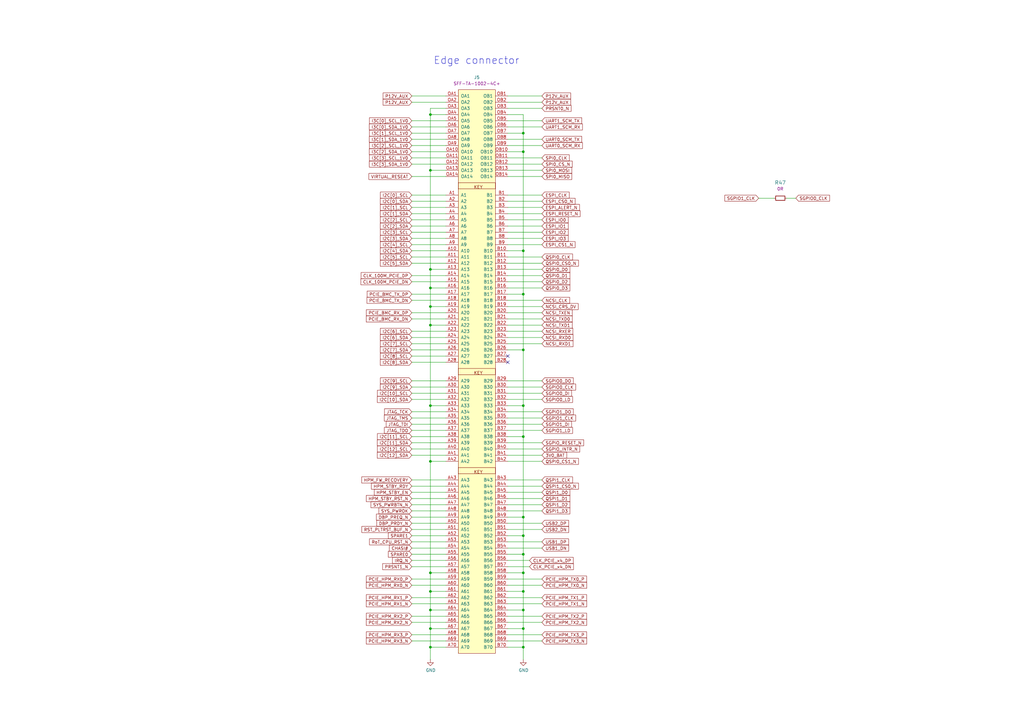
<source format=kicad_sch>
(kicad_sch (version 20230121) (generator eeschema)
  (paper "A3")
  (title_block (title "ECP5 - Datacenter Secure Control Module (DC-SCM)") (date "2024-07-01") (rev "1.2.1"))
  (lib_symbols
    (symbol "antmicroPciConnectors:SFF-TA-1002-4C+" (pin_names (offset 1.016))
      (property "Reference" "J" (at 46.99 0 0))
      (property "MPN" "SFF-TA-1002-4C+" (at 46.99 -10.16 0))
      (symbol "SFF-TA-1002-4C+_0_0"
        (rectangle (start 5.08 2.54) (end 20.32 -228.6) (fill (type background)))
        (text "KEY" (at 11.43 -154.94 0) (effects (font (size 1.27 1.27)) (justify left bottom)))
        (text "KEY" (at 11.43 -114.3 0) (effects (font (size 1.27 1.27)) (justify left bottom)))
        (text "KEY" (at 11.43 -38.1 0) (effects (font (size 1.27 1.27)) (justify left bottom)))
      )
      (symbol "SFF-TA-1002-4C+_1_1"
        (rectangle (start 5.08 -152.4) (end 20.32 -154.94) (fill (type background)))
        (rectangle (start 5.08 -111.76) (end 20.32 -114.3) (fill (type background)))
        (rectangle (start 5.08 -35.56) (end 20.32 -38.1) (fill (type background)))
        (pin passive line (at 0 -40.64 0) (length 5.08) (name "A1") (number "A1"))
        (pin passive line (at 0 -63.5 0) (length 5.08) (name "A10") (number "A10"))
        (pin passive line (at 0 -66.04 0) (length 5.08) (name "A11") (number "A11"))
        (pin passive line (at 0 -68.58 0) (length 5.08) (name "A12") (number "A12"))
        (pin passive line (at 0 -71.12 0) (length 5.08) (name "A13") (number "A13"))
        (pin passive line (at 0 -73.66 0) (length 5.08) (name "A14") (number "A14"))
        (pin passive line (at 0 -76.2 0) (length 5.08) (name "A15") (number "A15"))
        (pin passive line (at 0 -78.74 0) (length 5.08) (name "A16") (number "A16"))
        (pin passive line (at 0 -81.28 0) (length 5.08) (name "A17") (number "A17"))
        (pin passive line (at 0 -83.82 0) (length 5.08) (name "A18") (number "A18"))
        (pin passive line (at 0 -86.36 0) (length 5.08) (name "A19") (number "A19"))
        (pin passive line (at 0 -43.18 0) (length 5.08) (name "A2") (number "A2"))
        (pin passive line (at 0 -88.9 0) (length 5.08) (name "A20") (number "A20"))
        (pin passive line (at 0 -91.44 0) (length 5.08) (name "A21") (number "A21"))
        (pin passive line (at 0 -93.98 0) (length 5.08) (name "A22") (number "A22"))
        (pin passive line (at 0 -96.52 0) (length 5.08) (name "A23") (number "A23"))
        (pin passive line (at 0 -99.06 0) (length 5.08) (name "A24") (number "A24"))
        (pin passive line (at 0 -101.6 0) (length 5.08) (name "A25") (number "A25"))
        (pin passive line (at 0 -104.14 0) (length 5.08) (name "A26") (number "A26"))
        (pin passive line (at 0 -106.68 0) (length 5.08) (name "A27") (number "A27"))
        (pin passive line (at 0 -109.22 0) (length 5.08) (name "A28") (number "A28"))
        (pin passive line (at 0 -116.84 0) (length 5.08) (name "A29") (number "A29"))
        (pin passive line (at 0 -45.72 0) (length 5.08) (name "A3") (number "A3"))
        (pin passive line (at 0 -119.38 0) (length 5.08) (name "A30") (number "A30"))
        (pin passive line (at 0 -121.92 0) (length 5.08) (name "A31") (number "A31"))
        (pin passive line (at 0 -124.46 0) (length 5.08) (name "A32") (number "A32"))
        (pin passive line (at 0 -127 0) (length 5.08) (name "A33") (number "A33"))
        (pin passive line (at 0 -129.54 0) (length 5.08) (name "A34") (number "A34"))
        (pin passive line (at 0 -132.08 0) (length 5.08) (name "A35") (number "A35"))
        (pin passive line (at 0 -134.62 0) (length 5.08) (name "A36") (number "A36"))
        (pin passive line (at 0 -137.16 0) (length 5.08) (name "A37") (number "A37"))
        (pin passive line (at 0 -139.7 0) (length 5.08) (name "A38") (number "A38"))
        (pin passive line (at 0 -142.24 0) (length 5.08) (name "A39") (number "A39"))
        (pin passive line (at 0 -48.26 0) (length 5.08) (name "A4") (number "A4"))
        (pin passive line (at 0 -144.78 0) (length 5.08) (name "A40") (number "A40"))
        (pin passive line (at 0 -147.32 0) (length 5.08) (name "A41") (number "A41"))
        (pin passive line (at 0 -149.86 0) (length 5.08) (name "A42") (number "A42"))
        (pin passive line (at 0 -157.48 0) (length 5.08) (name "A43") (number "A43"))
        (pin passive line (at 0 -160.02 0) (length 5.08) (name "A44") (number "A44"))
        (pin passive line (at 0 -162.56 0) (length 5.08) (name "A45") (number "A45"))
        (pin passive line (at 0 -165.1 0) (length 5.08) (name "A46") (number "A46"))
        (pin passive line (at 0 -167.64 0) (length 5.08) (name "A47") (number "A47"))
        (pin passive line (at 0 -170.18 0) (length 5.08) (name "A48") (number "A48"))
        (pin passive line (at 0 -172.72 0) (length 5.08) (name "A49") (number "A49"))
        (pin passive line (at 0 -50.8 0) (length 5.08) (name "A5") (number "A5"))
        (pin passive line (at 0 -175.26 0) (length 5.08) (name "A50") (number "A50"))
        (pin passive line (at 0 -177.8 0) (length 5.08) (name "A51") (number "A51"))
        (pin passive line (at 0 -180.34 0) (length 5.08) (name "A52") (number "A52"))
        (pin passive line (at 0 -182.88 0) (length 5.08) (name "A53") (number "A53"))
        (pin passive line (at 0 -185.42 0) (length 5.08) (name "A54") (number "A54"))
        (pin passive line (at 0 -187.96 0) (length 5.08) (name "A55") (number "A55"))
        (pin passive line (at 0 -190.5 0) (length 5.08) (name "A56") (number "A56"))
        (pin passive line (at 0 -193.04 0) (length 5.08) (name "A57") (number "A57"))
        (pin passive line (at 0 -195.58 0) (length 5.08) (name "A58") (number "A58"))
        (pin passive line (at 0 -198.12 0) (length 5.08) (name "A59") (number "A59"))
        (pin passive line (at 0 -53.34 0) (length 5.08) (name "A6") (number "A6"))
        (pin passive line (at 0 -200.66 0) (length 5.08) (name "A60") (number "A60"))
        (pin passive line (at 0 -203.2 0) (length 5.08) (name "A61") (number "A61"))
        (pin passive line (at 0 -205.74 0) (length 5.08) (name "A62") (number "A62"))
        (pin passive line (at 0 -208.28 0) (length 5.08) (name "A63") (number "A63"))
        (pin passive line (at 0 -210.82 0) (length 5.08) (name "A64") (number "A64"))
        (pin passive line (at 0 -213.36 0) (length 5.08) (name "A65") (number "A65"))
        (pin passive line (at 0 -215.9 0) (length 5.08) (name "A66") (number "A66"))
        (pin passive line (at 0 -218.44 0) (length 5.08) (name "A67") (number "A67"))
        (pin passive line (at 0 -220.98 0) (length 5.08) (name "A68") (number "A68"))
        (pin passive line (at 0 -223.52 0) (length 5.08) (name "A69") (number "A69"))
        (pin passive line (at 0 -55.88 0) (length 5.08) (name "A7") (number "A7"))
        (pin passive line (at 0 -226.06 0) (length 5.08) (name "A70") (number "A70"))
        (pin passive line (at 0 -58.42 0) (length 5.08) (name "A8") (number "A8"))
        (pin passive line (at 0 -60.96 0) (length 5.08) (name "A9") (number "A9"))
        (pin passive line (at 25.4 -40.64 180) (length 5.08) (name "B1") (number "B1"))
        (pin passive line (at 25.4 -63.5 180) (length 5.08) (name "B10") (number "B10"))
        (pin passive line (at 25.4 -66.04 180) (length 5.08) (name "B11") (number "B11"))
        (pin passive line (at 25.4 -68.58 180) (length 5.08) (name "B12") (number "B12"))
        (pin passive line (at 25.4 -71.12 180) (length 5.08) (name "B13") (number "B13"))
        (pin passive line (at 25.4 -73.66 180) (length 5.08) (name "B14") (number "B14"))
        (pin passive line (at 25.4 -76.2 180) (length 5.08) (name "B15") (number "B15"))
        (pin passive line (at 25.4 -78.74 180) (length 5.08) (name "B16") (number "B16"))
        (pin passive line (at 25.4 -81.28 180) (length 5.08) (name "B17") (number "B17"))
        (pin passive line (at 25.4 -83.82 180) (length 5.08) (name "B18") (number "B18"))
        (pin passive line (at 25.4 -86.36 180) (length 5.08) (name "B19") (number "B19"))
        (pin passive line (at 25.4 -43.18 180) (length 5.08) (name "B2") (number "B2"))
        (pin passive line (at 25.4 -88.9 180) (length 5.08) (name "B20") (number "B20"))
        (pin passive line (at 25.4 -91.44 180) (length 5.08) (name "B21") (number "B21"))
        (pin passive line (at 25.4 -93.98 180) (length 5.08) (name "B22") (number "B22"))
        (pin passive line (at 25.4 -96.52 180) (length 5.08) (name "B23") (number "B23"))
        (pin passive line (at 25.4 -99.06 180) (length 5.08) (name "B24") (number "B24"))
        (pin passive line (at 25.4 -101.6 180) (length 5.08) (name "B25") (number "B25"))
        (pin passive line (at 25.4 -104.14 180) (length 5.08) (name "B26") (number "B26"))
        (pin passive line (at 25.4 -106.68 180) (length 5.08) (name "B27") (number "B27"))
        (pin passive line (at 25.4 -109.22 180) (length 5.08) (name "B28") (number "B28"))
        (pin passive line (at 25.4 -116.84 180) (length 5.08) (name "B29") (number "B29"))
        (pin passive line (at 25.4 -45.72 180) (length 5.08) (name "B3") (number "B3"))
        (pin passive line (at 25.4 -119.38 180) (length 5.08) (name "B30") (number "B30"))
        (pin passive line (at 25.4 -121.92 180) (length 5.08) (name "B31") (number "B31"))
        (pin passive line (at 25.4 -124.46 180) (length 5.08) (name "B32") (number "B32"))
        (pin passive line (at 25.4 -127 180) (length 5.08) (name "B33") (number "B33"))
        (pin passive line (at 25.4 -129.54 180) (length 5.08) (name "B34") (number "B34"))
        (pin passive line (at 25.4 -132.08 180) (length 5.08) (name "B35") (number "B35"))
        (pin passive line (at 25.4 -134.62 180) (length 5.08) (name "B36") (number "B36"))
        (pin passive line (at 25.4 -137.16 180) (length 5.08) (name "B37") (number "B37"))
        (pin passive line (at 25.4 -139.7 180) (length 5.08) (name "B38") (number "B38"))
        (pin passive line (at 25.4 -142.24 180) (length 5.08) (name "B39") (number "B39"))
        (pin passive line (at 25.4 -48.26 180) (length 5.08) (name "B4") (number "B4"))
        (pin passive line (at 25.4 -144.78 180) (length 5.08) (name "B40") (number "B40"))
        (pin passive line (at 25.4 -147.32 180) (length 5.08) (name "B41") (number "B41"))
        (pin passive line (at 25.4 -149.86 180) (length 5.08) (name "B42") (number "B42"))
        (pin passive line (at 25.4 -157.48 180) (length 5.08) (name "B43") (number "B43"))
        (pin passive line (at 25.4 -160.02 180) (length 5.08) (name "B44") (number "B44"))
        (pin passive line (at 25.4 -162.56 180) (length 5.08) (name "B45") (number "B45"))
        (pin passive line (at 25.4 -165.1 180) (length 5.08) (name "B46") (number "B46"))
        (pin passive line (at 25.4 -167.64 180) (length 5.08) (name "B47") (number "B47"))
        (pin passive line (at 25.4 -170.18 180) (length 5.08) (name "B48") (number "B48"))
        (pin passive line (at 25.4 -172.72 180) (length 5.08) (name "B49") (number "B49"))
        (pin passive line (at 25.4 -50.8 180) (length 5.08) (name "B5") (number "B5"))
        (pin passive line (at 25.4 -175.26 180) (length 5.08) (name "B50") (number "B50"))
        (pin passive line (at 25.4 -177.8 180) (length 5.08) (name "B51") (number "B51"))
        (pin passive line (at 25.4 -180.34 180) (length 5.08) (name "B52") (number "B52"))
        (pin passive line (at 25.4 -182.88 180) (length 5.08) (name "B53") (number "B53"))
        (pin passive line (at 25.4 -185.42 180) (length 5.08) (name "B54") (number "B54"))
        (pin passive line (at 25.4 -187.96 180) (length 5.08) (name "B55") (number "B55"))
        (pin passive line (at 25.4 -190.5 180) (length 5.08) (name "B56") (number "B56"))
        (pin passive line (at 25.4 -193.04 180) (length 5.08) (name "B57") (number "B57"))
        (pin passive line (at 25.4 -195.58 180) (length 5.08) (name "B58") (number "B58"))
        (pin passive line (at 25.4 -198.12 180) (length 5.08) (name "B59") (number "B59"))
        (pin passive line (at 25.4 -53.34 180) (length 5.08) (name "B6") (number "B6"))
        (pin passive line (at 25.4 -200.66 180) (length 5.08) (name "B60") (number "B60"))
        (pin passive line (at 25.4 -203.2 180) (length 5.08) (name "B61") (number "B61"))
        (pin passive line (at 25.4 -205.74 180) (length 5.08) (name "B62") (number "B62"))
        (pin passive line (at 25.4 -208.28 180) (length 5.08) (name "B63") (number "B63"))
        (pin passive line (at 25.4 -210.82 180) (length 5.08) (name "B64") (number "B64"))
        (pin passive line (at 25.4 -213.36 180) (length 5.08) (name "B65") (number "B65"))
        (pin passive line (at 25.4 -215.9 180) (length 5.08) (name "B66") (number "B66"))
        (pin passive line (at 25.4 -218.44 180) (length 5.08) (name "B67") (number "B67"))
        (pin passive line (at 25.4 -220.98 180) (length 5.08) (name "B68") (number "B68"))
        (pin passive line (at 25.4 -223.52 180) (length 5.08) (name "B69") (number "B69"))
        (pin passive line (at 25.4 -55.88 180) (length 5.08) (name "B7") (number "B7"))
        (pin passive line (at 25.4 -226.06 180) (length 5.08) (name "B70") (number "B70"))
        (pin passive line (at 25.4 -58.42 180) (length 5.08) (name "B8") (number "B8"))
        (pin passive line (at 25.4 -60.96 180) (length 5.08) (name "B9") (number "B9"))
        (pin passive line (at 0 0 0) (length 5.08) (name "OA1") (number "OA1"))
        (pin passive line (at 0 -22.86 0) (length 5.08) (name "OA10") (number "OA10"))
        (pin passive line (at 0 -25.4 0) (length 5.08) (name "OA11") (number "OA11"))
        (pin passive line (at 0 -27.94 0) (length 5.08) (name "OA12") (number "OA12"))
        (pin passive line (at 0 -30.48 0) (length 5.08) (name "OA13") (number "OA13"))
        (pin passive line (at 0 -33.02 0) (length 5.08) (name "OA14") (number "OA14"))
        (pin passive line (at 0 -2.54 0) (length 5.08) (name "OA2") (number "OA2"))
        (pin passive line (at 0 -5.08 0) (length 5.08) (name "OA3") (number "OA3"))
        (pin passive line (at 0 -7.62 0) (length 5.08) (name "OA4") (number "OA4"))
        (pin passive line (at 0 -10.16 0) (length 5.08) (name "OA5") (number "OA5"))
        (pin passive line (at 0 -12.7 0) (length 5.08) (name "OA6") (number "OA6"))
        (pin passive line (at 0 -15.24 0) (length 5.08) (name "OA7") (number "OA7"))
        (pin passive line (at 0 -17.78 0) (length 5.08) (name "OA8") (number "OA8"))
        (pin passive line (at 0 -20.32 0) (length 5.08) (name "OA9") (number "OA9"))
        (pin passive line (at 25.4 0 180) (length 5.08) (name "OB1") (number "OB1"))
        (pin passive line (at 25.4 -22.86 180) (length 5.08) (name "OB10") (number "OB10"))
        (pin passive line (at 25.4 -25.4 180) (length 5.08) (name "OB11") (number "OB11"))
        (pin passive line (at 25.4 -27.94 180) (length 5.08) (name "OB12") (number "OB12"))
        (pin passive line (at 25.4 -30.48 180) (length 5.08) (name "OB13") (number "OB13"))
        (pin passive line (at 25.4 -33.02 180) (length 5.08) (name "OB14") (number "OB14"))
        (pin passive line (at 25.4 -2.54 180) (length 5.08) (name "OB2") (number "OB2"))
        (pin passive line (at 25.4 -5.08 180) (length 5.08) (name "OB3") (number "OB3"))
        (pin passive line (at 25.4 -7.62 180) (length 5.08) (name "OB4") (number "OB4"))
        (pin passive line (at 25.4 -10.16 180) (length 5.08) (name "OB5") (number "OB5"))
        (pin passive line (at 25.4 -12.7 180) (length 5.08) (name "OB6") (number "OB6"))
        (pin passive line (at 25.4 -15.24 180) (length 5.08) (name "OB7") (number "OB7"))
        (pin passive line (at 25.4 -17.78 180) (length 5.08) (name "OB8") (number "OB8"))
        (pin passive line (at 25.4 -20.32 180) (length 5.08) (name "OB9") (number "OB9"))
      )
    )
    (symbol "antmicroResistors0402:R_0R_0402" (pin_numbers hide) (pin_names hide)
      (property "Reference" "R" (at 20.32 -5.08 0))
      (property "Val" "0R" (at 20.32 -7.62 0))
      (symbol "R_0R_0402_0_1"
        (rectangle (start 0.635 0.889) (end 4.445 -0.889) (stroke (width 0.254)))
      )
      (symbol "R_0R_0402_1_1"
        (pin passive line (at 0 0 0) (length 0.635) (name "~") (number "1"))
        (pin passive line (at 5.08 0 180) (length 0.635) (name "~") (number "2"))
      )
    )
    (symbol "antmicropower:GND" (power) (pin_numbers hide) (pin_names hide)
      (property "Value" "GND" (at 8.89 -5.08 0))
      (symbol "GND_1_1"
        (polyline (pts (xy 0 0) (xy 0 -1.27) (xy 1.27 -1.27) (xy 0 -2.54) (xy -1.27 -1.27) (xy 0 -1.27)))
        (pin power_in line (at 0 0 270) (length 0) (name "GND") (number "1"))
      )
    )
  )
  (junction (at 214.63 54.61))
  (junction (at 176.53 189.23))
  (junction (at 214.63 227.33))
  (junction (at 214.63 212.09))
  (junction (at 176.53 234.95))
  (junction (at 214.63 265.43))
  (junction (at 214.63 120.65))
  (junction (at 176.53 46.99))
  (junction (at 214.63 62.23))
  (junction (at 176.53 257.81))
  (junction (at 214.63 219.71))
  (junction (at 214.63 143.51))
  (junction (at 214.63 250.19))
  (junction (at 176.53 69.85))
  (junction (at 176.53 250.19))
  (junction (at 214.63 234.95))
  (junction (at 214.63 257.81))
  (junction (at 176.53 110.49))
  (junction (at 214.63 166.37))
  (junction (at 214.63 179.07))
  (junction (at 176.53 265.43))
  (junction (at 214.63 102.87))
  (junction (at 176.53 242.57))
  (junction (at 176.53 133.35))
  (junction (at 176.53 118.11))
  (junction (at 176.53 166.37))
  (junction (at 176.53 125.73))
  (junction (at 214.63 242.57))
  (no_connect (at 208.28 148.59))
  (no_connect (at 208.28 146.05))
  (wire (pts (xy 168.91 67.31) (xy 182.88 67.31)))
  (wire (pts (xy 214.63 62.23) (xy 214.63 102.87)))
  (wire (pts (xy 214.63 166.37) (xy 208.28 166.37)))
  (wire (pts (xy 176.53 125.73) (xy 176.53 133.35)))
  (wire (pts (xy 182.88 255.27) (xy 168.91 255.27)))
  (wire (pts (xy 168.91 49.53) (xy 182.88 49.53)))
  (wire (pts (xy 208.28 52.07) (xy 222.25 52.07)))
  (wire (pts (xy 208.28 168.91) (xy 222.25 168.91)))
  (wire (pts (xy 222.25 163.83) (xy 208.28 163.83)))
  (wire (pts (xy 176.53 118.11) (xy 176.53 125.73)))
  (wire (pts (xy 182.88 214.63) (xy 168.91 214.63)))
  (wire (pts (xy 214.63 54.61) (xy 208.28 54.61)))
  (wire (pts (xy 214.63 62.23) (xy 208.28 62.23)))
  (wire (pts (xy 222.25 72.39) (xy 208.28 72.39)))
  (wire (pts (xy 176.53 257.81) (xy 176.53 265.43)))
  (wire (pts (xy 214.63 166.37) (xy 214.63 179.07)))
  (wire (pts (xy 222.25 207.01) (xy 208.28 207.01)))
  (wire (pts (xy 208.28 107.95) (xy 222.25 107.95)))
  (wire (pts (xy 182.88 64.77) (xy 168.91 64.77)))
  (wire (pts (xy 182.88 222.25) (xy 168.91 222.25)))
  (wire (pts (xy 182.88 240.03) (xy 168.91 240.03)))
  (wire (pts (xy 182.88 130.81) (xy 168.91 130.81)))
  (wire (pts (xy 208.28 209.55) (xy 222.25 209.55)))
  (wire (pts (xy 176.53 250.19) (xy 176.53 257.81)))
  (wire (pts (xy 168.91 245.11) (xy 182.88 245.11)))
  (wire (pts (xy 182.88 146.05) (xy 168.91 146.05)))
  (wire (pts (xy 168.91 237.49) (xy 182.88 237.49)))
  (wire (pts (xy 214.63 46.99) (xy 208.28 46.99)))
  (wire (pts (xy 214.63 242.57) (xy 208.28 242.57)))
  (wire (pts (xy 222.25 115.57) (xy 208.28 115.57)))
  (wire (pts (xy 182.88 72.39) (xy 168.91 72.39)))
  (wire (pts (xy 222.25 199.39) (xy 208.28 199.39)))
  (wire (pts (xy 222.25 57.15) (xy 208.28 57.15)))
  (wire (pts (xy 208.28 128.27) (xy 222.25 128.27)))
  (wire (pts (xy 214.63 212.09) (xy 214.63 219.71)))
  (wire (pts (xy 182.88 179.07) (xy 168.91 179.07)))
  (wire (pts (xy 182.88 199.39) (xy 168.91 199.39)))
  (wire (pts (xy 208.28 161.29) (xy 222.25 161.29)))
  (wire (pts (xy 182.88 140.97) (xy 168.91 140.97)))
  (wire (pts (xy 208.28 260.35) (xy 222.25 260.35)))
  (wire (pts (xy 168.91 161.29) (xy 182.88 161.29)))
  (wire (pts (xy 222.25 156.21) (xy 208.28 156.21)))
  (wire (pts (xy 182.88 39.37) (xy 168.91 39.37)))
  (wire (pts (xy 182.88 120.65) (xy 168.91 120.65)))
  (wire (pts (xy 222.25 181.61) (xy 208.28 181.61)))
  (wire (pts (xy 214.63 219.71) (xy 214.63 227.33)))
  (wire (pts (xy 214.63 227.33) (xy 214.63 234.95)))
  (wire (pts (xy 214.63 179.07) (xy 214.63 212.09)))
  (wire (pts (xy 168.91 59.69) (xy 182.88 59.69)))
  (wire (pts (xy 222.25 123.19) (xy 208.28 123.19)))
  (wire (pts (xy 182.88 107.95) (xy 168.91 107.95)))
  (wire (pts (xy 217.17 232.41) (xy 208.28 232.41)))
  (wire (pts (xy 176.53 166.37) (xy 176.53 189.23)))
  (wire (pts (xy 182.88 163.83) (xy 168.91 163.83)))
  (wire (pts (xy 222.25 255.27) (xy 208.28 255.27)))
  (wire (pts (xy 168.91 252.73) (xy 182.88 252.73)))
  (wire (pts (xy 168.91 224.79) (xy 182.88 224.79)))
  (wire (pts (xy 168.91 217.17) (xy 182.88 217.17)))
  (wire (pts (xy 168.91 52.07) (xy 182.88 52.07)))
  (wire (pts (xy 222.25 113.03) (xy 208.28 113.03)))
  (wire (pts (xy 214.63 102.87) (xy 214.63 120.65)))
  (wire (pts (xy 214.63 179.07) (xy 208.28 179.07)))
  (wire (pts (xy 222.25 97.79) (xy 208.28 97.79)))
  (wire (pts (xy 168.91 135.89) (xy 182.88 135.89)))
  (wire (pts (xy 168.91 209.55) (xy 182.88 209.55)))
  (wire (pts (xy 182.88 196.85) (xy 168.91 196.85)))
  (wire (pts (xy 182.88 262.89) (xy 168.91 262.89)))
  (wire (pts (xy 176.53 69.85) (xy 176.53 110.49)))
  (wire (pts (xy 222.25 204.47) (xy 208.28 204.47)))
  (wire (pts (xy 222.25 118.11) (xy 208.28 118.11)))
  (wire (pts (xy 222.25 240.03) (xy 208.28 240.03)))
  (wire (pts (xy 222.25 41.91) (xy 208.28 41.91)))
  (wire (pts (xy 208.28 120.65) (xy 214.63 120.65)))
  (wire (pts (xy 182.88 57.15) (xy 168.91 57.15)))
  (wire (pts (xy 222.25 133.35) (xy 208.28 133.35)))
  (wire (pts (xy 182.88 171.45) (xy 168.91 171.45)))
  (wire (pts (xy 182.88 250.19) (xy 176.53 250.19)))
  (wire (pts (xy 214.63 234.95) (xy 208.28 234.95)))
  (wire (pts (xy 182.88 133.35) (xy 176.53 133.35)))
  (wire (pts (xy 182.88 156.21) (xy 168.91 156.21)))
  (wire (pts (xy 176.53 242.57) (xy 176.53 250.19)))
  (wire (pts (xy 222.25 173.99) (xy 208.28 173.99)))
  (wire (pts (xy 208.28 135.89) (xy 222.25 135.89)))
  (wire (pts (xy 182.88 204.47) (xy 168.91 204.47)))
  (wire (pts (xy 222.25 222.25) (xy 208.28 222.25)))
  (wire (pts (xy 182.88 105.41) (xy 168.91 105.41)))
  (wire (pts (xy 182.88 128.27) (xy 168.91 128.27)))
  (wire (pts (xy 168.91 85.09) (xy 182.88 85.09)))
  (wire (pts (xy 208.28 44.45) (xy 222.25 44.45)))
  (wire (pts (xy 168.91 143.51) (xy 182.88 143.51)))
  (wire (pts (xy 182.88 219.71) (xy 168.91 219.71)))
  (wire (pts (xy 182.88 232.41) (xy 168.91 232.41)))
  (wire (pts (xy 222.25 125.73) (xy 208.28 125.73)))
  (wire (pts (xy 208.28 49.53) (xy 222.25 49.53)))
  (wire (pts (xy 176.53 46.99) (xy 176.53 44.45)))
  (wire (pts (xy 222.25 64.77) (xy 208.28 64.77)))
  (wire (pts (xy 208.28 92.71) (xy 222.25 92.71)))
  (wire (pts (xy 222.25 69.85) (xy 208.28 69.85)))
  (wire (pts (xy 182.88 82.55) (xy 168.91 82.55)))
  (wire (pts (xy 182.88 97.79) (xy 168.91 97.79)))
  (wire (pts (xy 222.25 196.85) (xy 208.28 196.85)))
  (wire (pts (xy 182.88 138.43) (xy 168.91 138.43)))
  (wire (pts (xy 182.88 123.19) (xy 168.91 123.19)))
  (wire (pts (xy 208.28 59.69) (xy 222.25 59.69)))
  (wire (pts (xy 182.88 115.57) (xy 168.91 115.57)))
  (wire (pts (xy 182.88 189.23) (xy 176.53 189.23)))
  (wire (pts (xy 168.91 100.33) (xy 182.88 100.33)))
  (wire (pts (xy 182.88 166.37) (xy 176.53 166.37)))
  (wire (pts (xy 214.63 250.19) (xy 208.28 250.19)))
  (wire (pts (xy 214.63 120.65) (xy 214.63 143.51)))
  (wire (pts (xy 182.88 247.65) (xy 168.91 247.65)))
  (wire (pts (xy 311.15 81.28) (xy 317.5 81.28)))
  (wire (pts (xy 176.53 234.95) (xy 176.53 242.57)))
  (wire (pts (xy 182.88 234.95) (xy 176.53 234.95)))
  (wire (pts (xy 214.63 265.43) (xy 214.63 270.51)))
  (wire (pts (xy 182.88 62.23) (xy 168.91 62.23)))
  (wire (pts (xy 168.91 176.53) (xy 182.88 176.53)))
  (wire (pts (xy 222.25 214.63) (xy 208.28 214.63)))
  (wire (pts (xy 208.28 85.09) (xy 222.25 85.09)))
  (wire (pts (xy 222.25 110.49) (xy 208.28 110.49)))
  (wire (pts (xy 208.28 245.11) (xy 222.25 245.11)))
  (wire (pts (xy 208.28 237.49) (xy 222.25 237.49)))
  (wire (pts (xy 168.91 201.93) (xy 182.88 201.93)))
  (wire (pts (xy 214.63 242.57) (xy 214.63 250.19)))
  (wire (pts (xy 222.25 189.23) (xy 208.28 189.23)))
  (wire (pts (xy 222.25 171.45) (xy 208.28 171.45)))
  (wire (pts (xy 176.53 44.45) (xy 182.88 44.45)))
  (wire (pts (xy 182.88 186.69) (xy 168.91 186.69)))
  (wire (pts (xy 176.53 110.49) (xy 176.53 118.11)))
  (wire (pts (xy 182.88 110.49) (xy 176.53 110.49)))
  (wire (pts (xy 222.25 90.17) (xy 208.28 90.17)))
  (wire (pts (xy 182.88 46.99) (xy 176.53 46.99)))
  (wire (pts (xy 222.25 105.41) (xy 208.28 105.41)))
  (wire (pts (xy 222.25 138.43) (xy 208.28 138.43)))
  (wire (pts (xy 214.63 227.33) (xy 208.28 227.33)))
  (wire (pts (xy 217.17 229.87) (xy 208.28 229.87)))
  (wire (pts (xy 222.25 186.69) (xy 208.28 186.69)))
  (wire (pts (xy 182.88 54.61) (xy 168.91 54.61)))
  (wire (pts (xy 182.88 158.75) (xy 168.91 158.75)))
  (wire (pts (xy 214.63 257.81) (xy 214.63 265.43)))
  (wire (pts (xy 182.88 87.63) (xy 168.91 87.63)))
  (wire (pts (xy 208.28 224.79) (xy 222.25 224.79)))
  (wire (pts (xy 176.53 133.35) (xy 176.53 166.37)))
  (wire (pts (xy 214.63 102.87) (xy 208.28 102.87)))
  (wire (pts (xy 214.63 54.61) (xy 214.63 62.23)))
  (wire (pts (xy 322.58 81.28) (xy 326.39 81.28)))
  (wire (pts (xy 222.25 158.75) (xy 208.28 158.75)))
  (wire (pts (xy 214.63 250.19) (xy 214.63 257.81)))
  (wire (pts (xy 182.88 148.59) (xy 168.91 148.59)))
  (wire (pts (xy 208.28 217.17) (xy 222.25 217.17)))
  (wire (pts (xy 182.88 265.43) (xy 176.53 265.43)))
  (wire (pts (xy 222.25 95.25) (xy 208.28 95.25)))
  (wire (pts (xy 168.91 260.35) (xy 182.88 260.35)))
  (wire (pts (xy 182.88 90.17) (xy 168.91 90.17)))
  (wire (pts (xy 222.25 247.65) (xy 208.28 247.65)))
  (wire (pts (xy 214.63 46.99) (xy 214.63 54.61)))
  (wire (pts (xy 222.25 130.81) (xy 208.28 130.81)))
  (wire (pts (xy 182.88 173.99) (xy 168.91 173.99)))
  (wire (pts (xy 182.88 207.01) (xy 168.91 207.01)))
  (wire (pts (xy 208.28 252.73) (xy 222.25 252.73)))
  (wire (pts (xy 182.88 69.85) (xy 176.53 69.85)))
  (wire (pts (xy 208.28 176.53) (xy 222.25 176.53)))
  (wire (pts (xy 176.53 46.99) (xy 176.53 69.85)))
  (wire (pts (xy 168.91 113.03) (xy 182.88 113.03)))
  (wire (pts (xy 176.53 189.23) (xy 176.53 234.95)))
  (wire (pts (xy 182.88 181.61) (xy 168.91 181.61)))
  (wire (pts (xy 214.63 234.95) (xy 214.63 242.57)))
  (wire (pts (xy 182.88 80.01) (xy 168.91 80.01)))
  (wire (pts (xy 208.28 100.33) (xy 222.25 100.33)))
  (wire (pts (xy 182.88 229.87) (xy 168.91 229.87)))
  (wire (pts (xy 222.25 262.89) (xy 208.28 262.89)))
  (wire (pts (xy 222.25 87.63) (xy 208.28 87.63)))
  (wire (pts (xy 222.25 39.37) (xy 208.28 39.37)))
  (wire (pts (xy 222.25 80.01) (xy 208.28 80.01)))
  (wire (pts (xy 182.88 41.91) (xy 168.91 41.91)))
  (wire (pts (xy 208.28 184.15) (xy 222.25 184.15)))
  (wire (pts (xy 214.63 257.81) (xy 208.28 257.81)))
  (wire (pts (xy 222.25 140.97) (xy 208.28 140.97)))
  (wire (pts (xy 214.63 212.09) (xy 208.28 212.09)))
  (wire (pts (xy 214.63 219.71) (xy 208.28 219.71)))
  (wire (pts (xy 168.91 168.91) (xy 182.88 168.91)))
  (wire (pts (xy 182.88 95.25) (xy 168.91 95.25)))
  (wire (pts (xy 208.28 143.51) (xy 214.63 143.51)))
  (wire (pts (xy 182.88 227.33) (xy 168.91 227.33)))
  (wire (pts (xy 208.28 67.31) (xy 222.25 67.31)))
  (wire (pts (xy 182.88 125.73) (xy 176.53 125.73)))
  (wire (pts (xy 222.25 82.55) (xy 208.28 82.55)))
  (wire (pts (xy 176.53 265.43) (xy 176.53 270.51)))
  (wire (pts (xy 182.88 212.09) (xy 168.91 212.09)))
  (wire (pts (xy 182.88 102.87) (xy 168.91 102.87)))
  (wire (pts (xy 168.91 184.15) (xy 182.88 184.15)))
  (wire (pts (xy 168.91 92.71) (xy 182.88 92.71)))
  (wire (pts (xy 214.63 143.51) (xy 214.63 166.37)))
  (wire (pts (xy 182.88 242.57) (xy 176.53 242.57)))
  (wire (pts (xy 182.88 118.11) (xy 176.53 118.11)))
  (wire (pts (xy 214.63 265.43) (xy 208.28 265.43)))
  (wire (pts (xy 182.88 257.81) (xy 176.53 257.81)))
  (wire (pts (xy 208.28 201.93) (xy 222.25 201.93)))
  (text "Edge connector" (at 177.8 26.67 0) (effects (font (size 2.9972 2.9972)) (justify left bottom)))
  (global_label "CLK_PCIE_x4_DP" (shape input) (at 217.17 229.87 0) (property "Intersheetrefs" "${INTERSHEET_REFS}" (effects hide)))
  (global_label "ESPI_IO0" (shape input) (at 222.25 90.17 0) (property "Intersheetrefs" "${INTERSHEET_REFS}" (effects hide)))
  (global_label "I3C[1]_SDA_1V0" (shape input) (at 168.91 57.15 180) (property "Intersheetrefs" "${INTERSHEET_REFS}" (effects hide)))
  (global_label "ESPI_IO1" (shape input) (at 222.25 92.71 0) (property "Intersheetrefs" "${INTERSHEET_REFS}" (effects hide)))
  (global_label "I2C[10]_SDA" (shape input) (at 168.91 163.83 180) (property "Intersheetrefs" "${INTERSHEET_REFS}" (effects hide)))
  (global_label "ESPI_ALERT_N" (shape input) (at 222.25 85.09 0) (property "Intersheetrefs" "${INTERSHEET_REFS}" (effects hide)))
  (global_label "QSPI1_CLK" (shape input) (at 222.25 196.85 0) (property "Intersheetrefs" "${INTERSHEET_REFS}" (effects hide)))
  (global_label "QSPI0_D0" (shape input) (at 222.25 110.49 0) (property "Intersheetrefs" "${INTERSHEET_REFS}" (effects hide)))
  (global_label "HPM_STBY_RST_N" (shape input) (at 168.91 204.47 180) (property "Intersheetrefs" "${INTERSHEET_REFS}" (effects hide)))
  (global_label "NCSI_RXD1" (shape input) (at 222.25 140.97 0) (property "Intersheetrefs" "${INTERSHEET_REFS}" (effects hide)))
  (global_label "I3C[2]_SCL_1V0" (shape input) (at 168.91 59.69 180) (property "Intersheetrefs" "${INTERSHEET_REFS}" (effects hide)))
  (global_label "NCSI_RXER" (shape input) (at 222.25 135.89 0) (property "Intersheetrefs" "${INTERSHEET_REFS}" (effects hide)))
  (global_label "NCSI_TXEN" (shape input) (at 222.25 128.27 0) (property "Intersheetrefs" "${INTERSHEET_REFS}" (effects hide)))
  (global_label "NCSI_CRS_DV" (shape input) (at 222.25 125.73 0) (property "Intersheetrefs" "${INTERSHEET_REFS}" (effects hide)))
  (global_label "I2C[12]_SDA" (shape input) (at 168.91 186.69 180) (property "Intersheetrefs" "${INTERSHEET_REFS}" (effects hide)))
  (global_label "UART1_SCM_RX" (shape input) (at 222.25 52.07 0) (property "Intersheetrefs" "${INTERSHEET_REFS}" (effects hide)))
  (global_label "P12V_AUX" (shape input) (at 222.25 39.37 0) (property "Intersheetrefs" "${INTERSHEET_REFS}" (effects hide)))
  (global_label "I2C[3]_SDA" (shape input) (at 168.91 97.79 180) (property "Intersheetrefs" "${INTERSHEET_REFS}" (effects hide)))
  (global_label "SGPIO1_LD" (shape input) (at 222.25 176.53 0) (property "Intersheetrefs" "${INTERSHEET_REFS}" (effects hide)))
  (global_label "CLK_100M_PCIE_DN" (shape input) (at 168.91 115.57 180) (property "Intersheetrefs" "${INTERSHEET_REFS}" (effects hide)))
  (global_label "I2C[5]_SDA" (shape input) (at 168.91 107.95 180) (property "Intersheetrefs" "${INTERSHEET_REFS}" (effects hide)))
  (global_label "I2C[6]_SCL" (shape input) (at 168.91 135.89 180) (property "Intersheetrefs" "${INTERSHEET_REFS}" (effects hide)))
  (global_label "SPARE0" (shape input) (at 168.91 227.33 180) (property "Intersheetrefs" "${INTERSHEET_REFS}" (effects hide)))
  (global_label "QSPI0_D2" (shape input) (at 222.25 115.57 0) (property "Intersheetrefs" "${INTERSHEET_REFS}" (effects hide)))
  (global_label "SPI0_CLK" (shape input) (at 222.25 64.77 0) (property "Intersheetrefs" "${INTERSHEET_REFS}" (effects hide)))
  (global_label "VIRTUAL_RESEAT" (shape input) (at 168.91 72.39 180) (property "Intersheetrefs" "${INTERSHEET_REFS}" (effects hide)))
  (global_label "QSPI1_CS0_N" (shape input) (at 222.25 199.39 0) (property "Intersheetrefs" "${INTERSHEET_REFS}" (effects hide)))
  (global_label "PCIE_HPM_RX1_N" (shape input) (at 168.91 247.65 180) (property "Intersheetrefs" "${INTERSHEET_REFS}" (effects hide)))
  (global_label "HPM_STBY_RDY" (shape input) (at 168.91 199.39 180) (property "Intersheetrefs" "${INTERSHEET_REFS}" (effects hide)))
  (global_label "I3C[1]_SCL_1V0" (shape input) (at 168.91 54.61 180) (property "Intersheetrefs" "${INTERSHEET_REFS}" (effects hide)))
  (global_label "I2C[3]_SCL" (shape input) (at 168.91 95.25 180) (property "Intersheetrefs" "${INTERSHEET_REFS}" (effects hide)))
  (global_label "PCIE_HPM_RX2_N" (shape input) (at 168.91 255.27 180) (property "Intersheetrefs" "${INTERSHEET_REFS}" (effects hide)))
  (global_label "RoT_CPU_RST_N" (shape input) (at 168.91 222.25 180) (property "Intersheetrefs" "${INTERSHEET_REFS}" (effects hide)))
  (global_label "RST_PLTRST_BUF_N" (shape input) (at 168.91 217.17 180) (property "Intersheetrefs" "${INTERSHEET_REFS}" (effects hide)))
  (global_label "I2C[2]_SDA" (shape input) (at 168.91 92.71 180) (property "Intersheetrefs" "${INTERSHEET_REFS}" (effects hide)))
  (global_label "3V0_BAT" (shape input) (at 222.25 186.69 0) (property "Intersheetrefs" "${INTERSHEET_REFS}" (effects hide)))
  (global_label "PCIE_BMC_TX_DN" (shape input) (at 168.91 123.19 180) (property "Intersheetrefs" "${INTERSHEET_REFS}" (effects hide)))
  (global_label "I2C[0]_SCL" (shape input) (at 168.91 80.01 180) (property "Intersheetrefs" "${INTERSHEET_REFS}" (effects hide)))
  (global_label "PCIE_HPM_TX0_N" (shape input) (at 222.25 240.03 0) (property "Intersheetrefs" "${INTERSHEET_REFS}" (effects hide)))
  (global_label "SGPIO0_LD" (shape input) (at 222.25 163.83 0) (property "Intersheetrefs" "${INTERSHEET_REFS}" (effects hide)))
  (global_label "QSPI1_D0" (shape input) (at 222.25 201.93 0) (property "Intersheetrefs" "${INTERSHEET_REFS}" (effects hide)))
  (global_label "DBP_PRDY_N" (shape input) (at 168.91 214.63 180) (property "Intersheetrefs" "${INTERSHEET_REFS}" (effects hide)))
  (global_label "SGPIO0_CLK" (shape input) (at 222.25 158.75 0) (property "Intersheetrefs" "${INTERSHEET_REFS}" (effects hide)))
  (global_label "I2C[9]_SDA" (shape input) (at 168.91 158.75 180) (property "Intersheetrefs" "${INTERSHEET_REFS}" (effects hide)))
  (global_label "PCIE_HPM_TX2_N" (shape input) (at 222.25 255.27 0) (property "Intersheetrefs" "${INTERSHEET_REFS}" (effects hide)))
  (global_label "PCIE_HPM_RX0_P" (shape input) (at 168.91 237.49 180) (property "Intersheetrefs" "${INTERSHEET_REFS}" (effects hide)))
  (global_label "ESPI_IO3" (shape input) (at 222.25 97.79 0) (property "Intersheetrefs" "${INTERSHEET_REFS}" (effects hide)))
  (global_label "PCIE_HPM_TX3_P" (shape input) (at 222.25 260.35 0) (property "Intersheetrefs" "${INTERSHEET_REFS}" (effects hide)))
  (global_label "USB1_DN" (shape input) (at 222.25 224.79 0) (property "Intersheetrefs" "${INTERSHEET_REFS}" (effects hide)))
  (global_label "CLK_100M_PCIE_DP" (shape input) (at 168.91 113.03 180) (property "Intersheetrefs" "${INTERSHEET_REFS}" (effects hide)))
  (global_label "ESPI_CS1_N" (shape input) (at 222.25 100.33 0) (property "Intersheetrefs" "${INTERSHEET_REFS}" (effects hide)))
  (global_label "PCIE_HPM_RX0_N" (shape input) (at 168.91 240.03 180) (property "Intersheetrefs" "${INTERSHEET_REFS}" (effects hide)))
  (global_label "I2C[10]_SCL" (shape input) (at 168.91 161.29 180) (property "Intersheetrefs" "${INTERSHEET_REFS}" (effects hide)))
  (global_label "NCSI_CLK" (shape input) (at 222.25 123.19 0) (property "Intersheetrefs" "${INTERSHEET_REFS}" (effects hide)))
  (global_label "UART0_SCM_TX" (shape input) (at 222.25 57.15 0) (property "Intersheetrefs" "${INTERSHEET_REFS}" (effects hide)))
  (global_label "I2C[6]_SDA" (shape input) (at 168.91 138.43 180) (property "Intersheetrefs" "${INTERSHEET_REFS}" (effects hide)))
  (global_label "ESPI_CLK" (shape input) (at 222.25 80.01 0) (property "Intersheetrefs" "${INTERSHEET_REFS}" (effects hide)))
  (global_label "NCSI_TXD1" (shape input) (at 222.25 133.35 0) (property "Intersheetrefs" "${INTERSHEET_REFS}" (effects hide)))
  (global_label "SPI0_MISO" (shape input) (at 222.25 72.39 0) (property "Intersheetrefs" "${INTERSHEET_REFS}" (effects hide)))
  (global_label "USB2_DP" (shape input) (at 222.25 214.63 0) (property "Intersheetrefs" "${INTERSHEET_REFS}" (effects hide)))
  (global_label "CLK_PCIE_x4_DN" (shape input) (at 217.17 232.41 0) (property "Intersheetrefs" "${INTERSHEET_REFS}" (effects hide)))
  (global_label "I2C[9]_SCL" (shape input) (at 168.91 156.21 180) (property "Intersheetrefs" "${INTERSHEET_REFS}" (effects hide)))
  (global_label "I3C[3]_SCL_1V0" (shape input) (at 168.91 64.77 180) (property "Intersheetrefs" "${INTERSHEET_REFS}" (effects hide)))
  (global_label "PCIE_HPM_TX2_P" (shape input) (at 222.25 252.73 0) (property "Intersheetrefs" "${INTERSHEET_REFS}" (effects hide)))
  (global_label "I3C[0]_SDA_1V0" (shape input) (at 168.91 52.07 180) (property "Intersheetrefs" "${INTERSHEET_REFS}" (effects hide)))
  (global_label "ESPI_CS0_N" (shape input) (at 222.25 82.55 0) (property "Intersheetrefs" "${INTERSHEET_REFS}" (effects hide)))
  (global_label "SYS_PWRBTN_N" (shape input) (at 168.91 207.01 180) (property "Intersheetrefs" "${INTERSHEET_REFS}" (effects hide)))
  (global_label "JTAG_TDO" (shape input) (at 168.91 176.53 180) (property "Intersheetrefs" "${INTERSHEET_REFS}" (effects hide)))
  (global_label "JTAG_TDI" (shape input) (at 168.91 173.99 180) (property "Intersheetrefs" "${INTERSHEET_REFS}" (effects hide)))
  (global_label "I2C[8]_SDA" (shape input) (at 168.91 148.59 180) (property "Intersheetrefs" "${INTERSHEET_REFS}" (effects hide)))
  (global_label "I2C[5]_SCL" (shape input) (at 168.91 105.41 180) (property "Intersheetrefs" "${INTERSHEET_REFS}" (effects hide)))
  (global_label "PCIE_HPM_RX3_P" (shape input) (at 168.91 260.35 180) (property "Intersheetrefs" "${INTERSHEET_REFS}" (effects hide)))
  (global_label "SGPIO_RESET_N" (shape input) (at 222.25 181.61 0) (property "Intersheetrefs" "${INTERSHEET_REFS}" (effects hide)))
  (global_label "HPM_STBY_EN" (shape input) (at 168.91 201.93 180) (property "Intersheetrefs" "${INTERSHEET_REFS}" (effects hide)))
  (global_label "I2C[7]_SDA" (shape input) (at 168.91 143.51 180) (property "Intersheetrefs" "${INTERSHEET_REFS}" (effects hide)))
  (global_label "QSPI0_D1" (shape input) (at 222.25 113.03 0) (property "Intersheetrefs" "${INTERSHEET_REFS}" (effects hide)))
  (global_label "USB2_DN" (shape input) (at 222.25 217.17 0) (property "Intersheetrefs" "${INTERSHEET_REFS}" (effects hide)))
  (global_label "CHASI#" (shape input) (at 168.91 224.79 180) (property "Intersheetrefs" "${INTERSHEET_REFS}" (effects hide)))
  (global_label "SGPIO0_DI" (shape input) (at 222.25 161.29 0) (property "Intersheetrefs" "${INTERSHEET_REFS}" (effects hide)))
  (global_label "SGPIO1_CLK" (shape input) (at 222.25 171.45 0) (property "Intersheetrefs" "${INTERSHEET_REFS}" (effects hide)))
  (global_label "SGPIO1_CLK" (shape input) (at 311.15 81.28 180) (property "Intersheetrefs" "${INTERSHEET_REFS}" (effects hide)))
  (global_label "PCIE_HPM_RX3_N" (shape input) (at 168.91 262.89 180) (property "Intersheetrefs" "${INTERSHEET_REFS}" (effects hide)))
  (global_label "DBP_PREQ_N" (shape input) (at 168.91 212.09 180) (property "Intersheetrefs" "${INTERSHEET_REFS}" (effects hide)))
  (global_label "QSPI0_CLK" (shape input) (at 222.25 105.41 0) (property "Intersheetrefs" "${INTERSHEET_REFS}" (effects hide)))
  (global_label "PRSNT0_N" (shape input) (at 222.25 44.45 0) (property "Intersheetrefs" "${INTERSHEET_REFS}" (effects hide)))
  (global_label "I2C[11]_SCL" (shape input) (at 168.91 179.07 180) (property "Intersheetrefs" "${INTERSHEET_REFS}" (effects hide)))
  (global_label "SGPIO_INTR_N" (shape input) (at 222.25 184.15 0) (property "Intersheetrefs" "${INTERSHEET_REFS}" (effects hide)))
  (global_label "PCIE_BMC_RX_DN" (shape input) (at 168.91 130.81 180) (property "Intersheetrefs" "${INTERSHEET_REFS}" (effects hide)))
  (global_label "USB1_DP" (shape input) (at 222.25 222.25 0) (property "Intersheetrefs" "${INTERSHEET_REFS}" (effects hide)))
  (global_label "PCIE_HPM_RX2_P" (shape input) (at 168.91 252.73 180) (property "Intersheetrefs" "${INTERSHEET_REFS}" (effects hide)))
  (global_label "QSPI0_CS1_N" (shape input) (at 222.25 189.23 0) (property "Intersheetrefs" "${INTERSHEET_REFS}" (effects hide)))
  (global_label "ESPI_IO2" (shape input) (at 222.25 95.25 0) (property "Intersheetrefs" "${INTERSHEET_REFS}" (effects hide)))
  (global_label "NCSI_TXD0" (shape input) (at 222.25 130.81 0) (property "Intersheetrefs" "${INTERSHEET_REFS}" (effects hide)))
  (global_label "P12V_AUX" (shape input) (at 168.91 39.37 180) (property "Intersheetrefs" "${INTERSHEET_REFS}" (effects hide)))
  (global_label "PCIE_HPM_TX0_P" (shape input) (at 222.25 237.49 0) (property "Intersheetrefs" "${INTERSHEET_REFS}" (effects hide)))
  (global_label "SPI0_MOSI" (shape input) (at 222.25 69.85 0) (property "Intersheetrefs" "${INTERSHEET_REFS}" (effects hide)))
  (global_label "ESPI_RESET_N" (shape input) (at 222.25 87.63 0) (property "Intersheetrefs" "${INTERSHEET_REFS}" (effects hide)))
  (global_label "PRSNT1_N" (shape input) (at 168.91 232.41 180) (property "Intersheetrefs" "${INTERSHEET_REFS}" (effects hide)))
  (global_label "QSPI0_CS0_N" (shape input) (at 222.25 107.95 0) (property "Intersheetrefs" "${INTERSHEET_REFS}" (effects hide)))
  (global_label "I2C[1]_SCL" (shape input) (at 168.91 85.09 180) (property "Intersheetrefs" "${INTERSHEET_REFS}" (effects hide)))
  (global_label "P12V_AUX" (shape input) (at 168.91 41.91 180) (property "Intersheetrefs" "${INTERSHEET_REFS}" (effects hide)))
  (global_label "UART1_SCM_TX" (shape input) (at 222.25 49.53 0) (property "Intersheetrefs" "${INTERSHEET_REFS}" (effects hide)))
  (global_label "I2C[4]_SDA" (shape input) (at 168.91 102.87 180) (property "Intersheetrefs" "${INTERSHEET_REFS}" (effects hide)))
  (global_label "I2C[8]_SCL" (shape input) (at 168.91 146.05 180) (property "Intersheetrefs" "${INTERSHEET_REFS}" (effects hide)))
  (global_label "I3C[3]_SDA_1V0" (shape input) (at 168.91 67.31 180) (property "Intersheetrefs" "${INTERSHEET_REFS}" (effects hide)))
  (global_label "QSPI1_D1" (shape input) (at 222.25 204.47 0) (property "Intersheetrefs" "${INTERSHEET_REFS}" (effects hide)))
  (global_label "SPARE1" (shape input) (at 168.91 219.71 180) (property "Intersheetrefs" "${INTERSHEET_REFS}" (effects hide)))
  (global_label "JTAG_TMS" (shape input) (at 168.91 171.45 180) (property "Intersheetrefs" "${INTERSHEET_REFS}" (effects hide)))
  (global_label "SGPIO0_CLK" (shape input) (at 326.39 81.28 0) (property "Intersheetrefs" "${INTERSHEET_REFS}" (effects hide)))
  (global_label "SYS_PWROK" (shape input) (at 168.91 209.55 180) (property "Intersheetrefs" "${INTERSHEET_REFS}" (effects hide)))
  (global_label "I2C[4]_SCL" (shape input) (at 168.91 100.33 180) (property "Intersheetrefs" "${INTERSHEET_REFS}" (effects hide)))
  (global_label "SGPIO0_DO" (shape input) (at 222.25 156.21 0) (property "Intersheetrefs" "${INTERSHEET_REFS}" (effects hide)))
  (global_label "UART0_SCM_RX" (shape input) (at 222.25 59.69 0) (property "Intersheetrefs" "${INTERSHEET_REFS}" (effects hide)))
  (global_label "I3C[2]_SDA_1V0" (shape input) (at 168.91 62.23 180) (property "Intersheetrefs" "${INTERSHEET_REFS}" (effects hide)))
  (global_label "PCIE_HPM_TX1_P" (shape input) (at 222.25 245.11 0) (property "Intersheetrefs" "${INTERSHEET_REFS}" (effects hide)))
  (global_label "I2C[11]_SDA" (shape input) (at 168.91 181.61 180) (property "Intersheetrefs" "${INTERSHEET_REFS}" (effects hide)))
  (global_label "SGPIO1_DO" (shape input) (at 222.25 168.91 0) (property "Intersheetrefs" "${INTERSHEET_REFS}" (effects hide)))
  (global_label "JTAG_TCK" (shape input) (at 168.91 168.91 180) (property "Intersheetrefs" "${INTERSHEET_REFS}" (effects hide)))
  (global_label "I2C[0]_SDA" (shape input) (at 168.91 82.55 180) (property "Intersheetrefs" "${INTERSHEET_REFS}" (effects hide)))
  (global_label "PCIE_HPM_TX3_N" (shape input) (at 222.25 262.89 0) (property "Intersheetrefs" "${INTERSHEET_REFS}" (effects hide)))
  (global_label "HPM_FW_RECOVERY" (shape input) (at 168.91 196.85 180) (property "Intersheetrefs" "${INTERSHEET_REFS}" (effects hide)))
  (global_label "I2C[12]_SCL" (shape input) (at 168.91 184.15 180) (property "Intersheetrefs" "${INTERSHEET_REFS}" (effects hide)))
  (global_label "IRQ_N" (shape input) (at 168.91 229.87 180) (property "Intersheetrefs" "${INTERSHEET_REFS}" (effects hide)))
  (global_label "PCIE_HPM_TX1_N" (shape input) (at 222.25 247.65 0) (property "Intersheetrefs" "${INTERSHEET_REFS}" (effects hide)))
  (global_label "PCIE_HPM_RX1_P" (shape input) (at 168.91 245.11 180) (property "Intersheetrefs" "${INTERSHEET_REFS}" (effects hide)))
  (global_label "QSPI0_D3" (shape input) (at 222.25 118.11 0) (property "Intersheetrefs" "${INTERSHEET_REFS}" (effects hide)))
  (global_label "I2C[2]_SCL" (shape input) (at 168.91 90.17 180) (property "Intersheetrefs" "${INTERSHEET_REFS}" (effects hide)))
  (global_label "I2C[7]_SCL" (shape input) (at 168.91 140.97 180) (property "Intersheetrefs" "${INTERSHEET_REFS}" (effects hide)))
  (global_label "PCIE_BMC_TX_DP" (shape input) (at 168.91 120.65 180) (property "Intersheetrefs" "${INTERSHEET_REFS}" (effects hide)))
  (global_label "SPI0_CS_N" (shape input) (at 222.25 67.31 0) (property "Intersheetrefs" "${INTERSHEET_REFS}" (effects hide)))
  (global_label "QSPI1_D3" (shape input) (at 222.25 209.55 0) (property "Intersheetrefs" "${INTERSHEET_REFS}" (effects hide)))
  (global_label "QSPI1_D2" (shape input) (at 222.25 207.01 0) (property "Intersheetrefs" "${INTERSHEET_REFS}" (effects hide)))
  (global_label "SGPIO1_DI" (shape input) (at 222.25 173.99 0) (property "Intersheetrefs" "${INTERSHEET_REFS}" (effects hide)))
  (global_label "I2C[1]_SDA" (shape input) (at 168.91 87.63 180) (property "Intersheetrefs" "${INTERSHEET_REFS}" (effects hide)))
  (global_label "P12V_AUX" (shape input) (at 222.25 41.91 0) (property "Intersheetrefs" "${INTERSHEET_REFS}" (effects hide)))
  (global_label "I3C[0]_SCL_1V0" (shape input) (at 168.91 49.53 180) (property "Intersheetrefs" "${INTERSHEET_REFS}" (effects hide)))
  (global_label "NCSI_RXD0" (shape input) (at 222.25 138.43 0) (property "Intersheetrefs" "${INTERSHEET_REFS}" (effects hide)))
  (global_label "PCIE_BMC_RX_DP" (shape input) (at 168.91 128.27 180) (property "Intersheetrefs" "${INTERSHEET_REFS}" (effects hide)))
  (symbol (lib_id "antmicroPciConnectors:SFF-TA-1002-4C+") (at 182.88 39.37 0) (unit 1)
    (property "Reference" "J5" (at 195.58 31.75 0))
    (property "Value" "SFF-TA-1002-4C+" (effects hide))
    (property "Footprint" "antmicro-footprints:SFF-TA-1002-4C+" (effects hide))
    (property "Datasheet" "https://cdn.amphenol-icc.com/media/wysiwyg/files/documentation/sme005.pdf?__cf_chl_jschl_tk__=4604d1306574a1ee474ea914090d3e0c57e266a6-1606907014-0-AbkYBTCTl__kMBcY3BDmgKpfUy32FqitwN2Lniuy8W-uyv2Ev04Q-Q5Mr7srIz_Wnur0_9chB4CRbxKSYcEh7IvAJYsUgJ0PWIS5YdRqqHg567uaZciEX2hQP4ss5l6M4XdNrxEjJppHvyRV3ku89t-VmUSzhgCb8oJlyHpTxST4dEmKZNXfM53TM0tmGirdVbCRt1Byrx5pkz_uMvNABIOj7B2-eDGK52J3DWRD76zEyjdxY7Iz11gPiOY5i_QGIR3uOwkR5LBPNXe8zGqAf8--AKa7RqDbIriQRt90_32C4zIuHqbGa05BXS135E65ov80PbVcb4eSiutCqcJUAacUwu3eVnXVeIumfihJxuP8Rv7_n6saeG_2IuQpEiskzovLGKZM3667Y-rm-AL1NRXTamtvBxqTk0vyMvZ60FgJ" (effects hide))
    (property "MPN" "SFF-TA-1002-4C+" (at 195.58 34.29 0))
    (property "Manufacturer" "Amphenol" (effects hide))
    (property "Author" "Antmicro" (effects hide))
    (property "License" "Apache-2.0" (effects hide))
  )
  (symbol (lib_id "antmicroResistors0402:R_0R_0402") (at 317.5 81.28 0) (unit 1)
    (property "Reference" "R47" (at 320.04 74.93 0) (effects (font (size 1.524 1.524))))
    (property "Value" "R_0R_0402" (effects hide))
    (property "Footprint" "antmicro-footprints:R_0402_1005Metric" (effects hide))
    (property "Datasheet" "https://industrial.panasonic.com/cdbs/www-data/pdf/RDA0000/AOA0000C301.pdf" (effects hide))
    (property "Manufacturer" "Panasonic" (effects hide))
    (property "MPN" "ERJ2GE0R00X" (effects hide))
    (property "Val" "0R" (at 320.04 77.47 0))
    (property "License" "Apache-2.0" (effects hide))
    (property "Author" "Antmicro" (effects hide))
    (property "Current" "1A" (effects hide))
    (property "Public" "False" (effects hide))
  )
  (symbol (lib_id "antmicropower:GND") (at 176.53 270.51 0) (unit 1)
    (property "Reference" "#PWR027" (effects hide))
    (property "Value" "GND" (at 176.657 274.9042 0))
    (property "Author" "Antmicro" (effects hide))
    (property "License" "Apache-2.0" (effects hide))
  )
  (symbol (lib_id "antmicropower:GND") (at 214.63 270.51 0) (unit 1)
    (property "Reference" "#PWR028" (effects hide))
    (property "Value" "GND" (at 214.757 274.9042 0))
    (property "Author" "Antmicro" (effects hide))
    (property "License" "Apache-2.0" (effects hide))
  )
)
</source>
